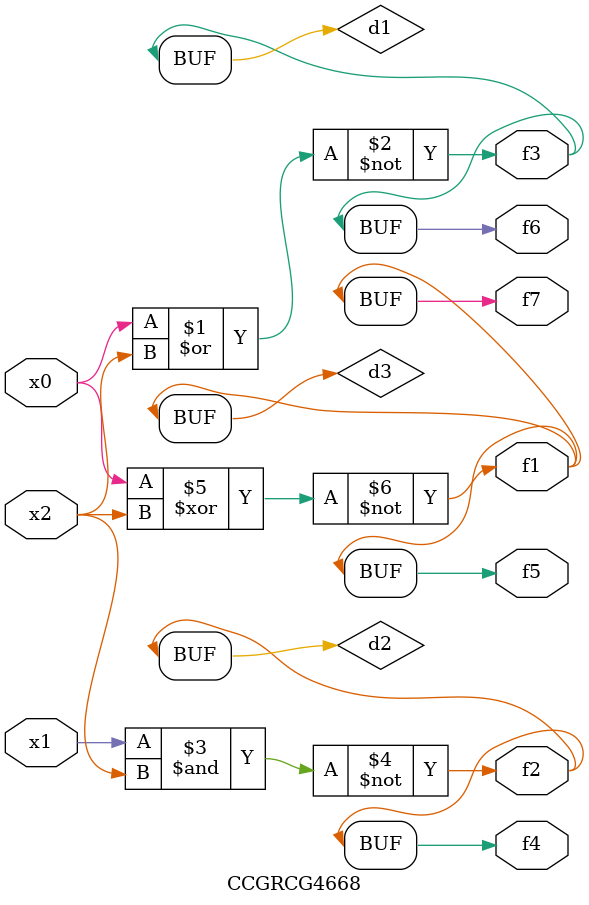
<source format=v>
module CCGRCG4668(
	input x0, x1, x2,
	output f1, f2, f3, f4, f5, f6, f7
);

	wire d1, d2, d3;

	nor (d1, x0, x2);
	nand (d2, x1, x2);
	xnor (d3, x0, x2);
	assign f1 = d3;
	assign f2 = d2;
	assign f3 = d1;
	assign f4 = d2;
	assign f5 = d3;
	assign f6 = d1;
	assign f7 = d3;
endmodule

</source>
